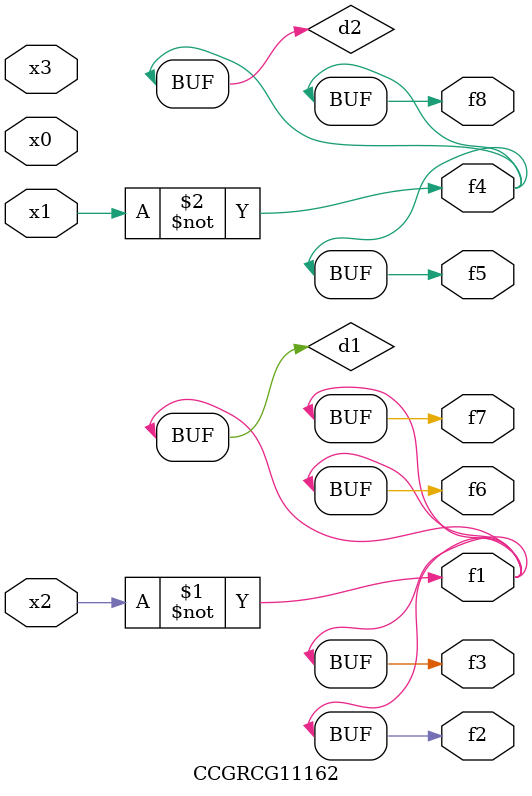
<source format=v>
module CCGRCG11162(
	input x0, x1, x2, x3,
	output f1, f2, f3, f4, f5, f6, f7, f8
);

	wire d1, d2;

	xnor (d1, x2);
	not (d2, x1);
	assign f1 = d1;
	assign f2 = d1;
	assign f3 = d1;
	assign f4 = d2;
	assign f5 = d2;
	assign f6 = d1;
	assign f7 = d1;
	assign f8 = d2;
endmodule

</source>
